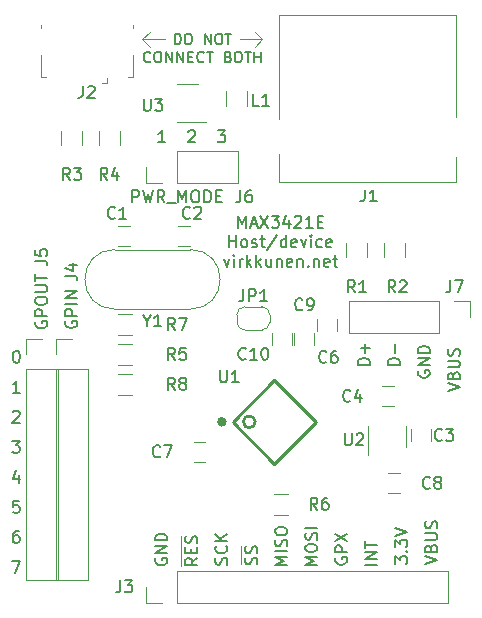
<source format=gto>
G04 #@! TF.GenerationSoftware,KiCad,Pcbnew,5.1.5*
G04 #@! TF.CreationDate,2020-02-24T18:23:28+03:00*
G04 #@! TF.ProjectId,max3421eboard,6d617833-3432-4316-9562-6f6172642e6b,rev?*
G04 #@! TF.SameCoordinates,PX112a880PY2cd29c0*
G04 #@! TF.FileFunction,Legend,Top*
G04 #@! TF.FilePolarity,Positive*
%FSLAX46Y46*%
G04 Gerber Fmt 4.6, Leading zero omitted, Abs format (unit mm)*
G04 Created by KiCad (PCBNEW 5.1.5) date 2020-02-24 18:23:28*
%MOMM*%
%LPD*%
G04 APERTURE LIST*
%ADD10C,0.150000*%
%ADD11C,0.400000*%
%ADD12C,0.120000*%
%ADD13C,0.254000*%
G04 APERTURE END LIST*
D10*
X19752761Y-17207380D02*
X19752761Y-16207380D01*
X20086095Y-16921666D01*
X20419428Y-16207380D01*
X20419428Y-17207380D01*
X20848000Y-16921666D02*
X21324190Y-16921666D01*
X20752761Y-17207380D02*
X21086095Y-16207380D01*
X21419428Y-17207380D01*
X21657523Y-16207380D02*
X22324190Y-17207380D01*
X22324190Y-16207380D02*
X21657523Y-17207380D01*
X22609904Y-16207380D02*
X23228952Y-16207380D01*
X22895619Y-16588333D01*
X23038476Y-16588333D01*
X23133714Y-16635952D01*
X23181333Y-16683571D01*
X23228952Y-16778809D01*
X23228952Y-17016904D01*
X23181333Y-17112142D01*
X23133714Y-17159761D01*
X23038476Y-17207380D01*
X22752761Y-17207380D01*
X22657523Y-17159761D01*
X22609904Y-17112142D01*
X24086095Y-16540714D02*
X24086095Y-17207380D01*
X23848000Y-16159761D02*
X23609904Y-16874047D01*
X24228952Y-16874047D01*
X24562285Y-16302619D02*
X24609904Y-16255000D01*
X24705142Y-16207380D01*
X24943238Y-16207380D01*
X25038476Y-16255000D01*
X25086095Y-16302619D01*
X25133714Y-16397857D01*
X25133714Y-16493095D01*
X25086095Y-16635952D01*
X24514666Y-17207380D01*
X25133714Y-17207380D01*
X26086095Y-17207380D02*
X25514666Y-17207380D01*
X25800380Y-17207380D02*
X25800380Y-16207380D01*
X25705142Y-16350238D01*
X25609904Y-16445476D01*
X25514666Y-16493095D01*
X26514666Y-16683571D02*
X26848000Y-16683571D01*
X26990857Y-17207380D02*
X26514666Y-17207380D01*
X26514666Y-16207380D01*
X26990857Y-16207380D01*
X19038476Y-18857380D02*
X19038476Y-17857380D01*
X19038476Y-18333571D02*
X19609904Y-18333571D01*
X19609904Y-18857380D02*
X19609904Y-17857380D01*
X20228952Y-18857380D02*
X20133714Y-18809761D01*
X20086095Y-18762142D01*
X20038476Y-18666904D01*
X20038476Y-18381190D01*
X20086095Y-18285952D01*
X20133714Y-18238333D01*
X20228952Y-18190714D01*
X20371809Y-18190714D01*
X20467047Y-18238333D01*
X20514666Y-18285952D01*
X20562285Y-18381190D01*
X20562285Y-18666904D01*
X20514666Y-18762142D01*
X20467047Y-18809761D01*
X20371809Y-18857380D01*
X20228952Y-18857380D01*
X20943238Y-18809761D02*
X21038476Y-18857380D01*
X21228952Y-18857380D01*
X21324190Y-18809761D01*
X21371809Y-18714523D01*
X21371809Y-18666904D01*
X21324190Y-18571666D01*
X21228952Y-18524047D01*
X21086095Y-18524047D01*
X20990857Y-18476428D01*
X20943238Y-18381190D01*
X20943238Y-18333571D01*
X20990857Y-18238333D01*
X21086095Y-18190714D01*
X21228952Y-18190714D01*
X21324190Y-18238333D01*
X21657523Y-18190714D02*
X22038476Y-18190714D01*
X21800380Y-17857380D02*
X21800380Y-18714523D01*
X21848000Y-18809761D01*
X21943238Y-18857380D01*
X22038476Y-18857380D01*
X23086095Y-17809761D02*
X22228952Y-19095476D01*
X23848000Y-18857380D02*
X23848000Y-17857380D01*
X23848000Y-18809761D02*
X23752761Y-18857380D01*
X23562285Y-18857380D01*
X23467047Y-18809761D01*
X23419428Y-18762142D01*
X23371809Y-18666904D01*
X23371809Y-18381190D01*
X23419428Y-18285952D01*
X23467047Y-18238333D01*
X23562285Y-18190714D01*
X23752761Y-18190714D01*
X23848000Y-18238333D01*
X24705142Y-18809761D02*
X24609904Y-18857380D01*
X24419428Y-18857380D01*
X24324190Y-18809761D01*
X24276571Y-18714523D01*
X24276571Y-18333571D01*
X24324190Y-18238333D01*
X24419428Y-18190714D01*
X24609904Y-18190714D01*
X24705142Y-18238333D01*
X24752761Y-18333571D01*
X24752761Y-18428809D01*
X24276571Y-18524047D01*
X25086095Y-18190714D02*
X25324190Y-18857380D01*
X25562285Y-18190714D01*
X25943238Y-18857380D02*
X25943238Y-18190714D01*
X25943238Y-17857380D02*
X25895619Y-17905000D01*
X25943238Y-17952619D01*
X25990857Y-17905000D01*
X25943238Y-17857380D01*
X25943238Y-17952619D01*
X26848000Y-18809761D02*
X26752761Y-18857380D01*
X26562285Y-18857380D01*
X26467047Y-18809761D01*
X26419428Y-18762142D01*
X26371809Y-18666904D01*
X26371809Y-18381190D01*
X26419428Y-18285952D01*
X26467047Y-18238333D01*
X26562285Y-18190714D01*
X26752761Y-18190714D01*
X26848000Y-18238333D01*
X27657523Y-18809761D02*
X27562285Y-18857380D01*
X27371809Y-18857380D01*
X27276571Y-18809761D01*
X27228952Y-18714523D01*
X27228952Y-18333571D01*
X27276571Y-18238333D01*
X27371809Y-18190714D01*
X27562285Y-18190714D01*
X27657523Y-18238333D01*
X27705142Y-18333571D01*
X27705142Y-18428809D01*
X27228952Y-18524047D01*
X18562285Y-19840714D02*
X18800380Y-20507380D01*
X19038476Y-19840714D01*
X19419428Y-20507380D02*
X19419428Y-19840714D01*
X19419428Y-19507380D02*
X19371809Y-19555000D01*
X19419428Y-19602619D01*
X19467047Y-19555000D01*
X19419428Y-19507380D01*
X19419428Y-19602619D01*
X19895619Y-20507380D02*
X19895619Y-19840714D01*
X19895619Y-20031190D02*
X19943238Y-19935952D01*
X19990857Y-19888333D01*
X20086095Y-19840714D01*
X20181333Y-19840714D01*
X20514666Y-20507380D02*
X20514666Y-19507380D01*
X20609904Y-20126428D02*
X20895619Y-20507380D01*
X20895619Y-19840714D02*
X20514666Y-20221666D01*
X21324190Y-20507380D02*
X21324190Y-19507380D01*
X21419428Y-20126428D02*
X21705142Y-20507380D01*
X21705142Y-19840714D02*
X21324190Y-20221666D01*
X22562285Y-19840714D02*
X22562285Y-20507380D01*
X22133714Y-19840714D02*
X22133714Y-20364523D01*
X22181333Y-20459761D01*
X22276571Y-20507380D01*
X22419428Y-20507380D01*
X22514666Y-20459761D01*
X22562285Y-20412142D01*
X23038476Y-19840714D02*
X23038476Y-20507380D01*
X23038476Y-19935952D02*
X23086095Y-19888333D01*
X23181333Y-19840714D01*
X23324190Y-19840714D01*
X23419428Y-19888333D01*
X23467047Y-19983571D01*
X23467047Y-20507380D01*
X24324190Y-20459761D02*
X24228952Y-20507380D01*
X24038476Y-20507380D01*
X23943238Y-20459761D01*
X23895619Y-20364523D01*
X23895619Y-19983571D01*
X23943238Y-19888333D01*
X24038476Y-19840714D01*
X24228952Y-19840714D01*
X24324190Y-19888333D01*
X24371809Y-19983571D01*
X24371809Y-20078809D01*
X23895619Y-20174047D01*
X24800380Y-19840714D02*
X24800380Y-20507380D01*
X24800380Y-19935952D02*
X24848000Y-19888333D01*
X24943238Y-19840714D01*
X25086095Y-19840714D01*
X25181333Y-19888333D01*
X25228952Y-19983571D01*
X25228952Y-20507380D01*
X25705142Y-20412142D02*
X25752761Y-20459761D01*
X25705142Y-20507380D01*
X25657523Y-20459761D01*
X25705142Y-20412142D01*
X25705142Y-20507380D01*
X26181333Y-19840714D02*
X26181333Y-20507380D01*
X26181333Y-19935952D02*
X26228952Y-19888333D01*
X26324190Y-19840714D01*
X26467047Y-19840714D01*
X26562285Y-19888333D01*
X26609904Y-19983571D01*
X26609904Y-20507380D01*
X27467047Y-20459761D02*
X27371809Y-20507380D01*
X27181333Y-20507380D01*
X27086095Y-20459761D01*
X27038476Y-20364523D01*
X27038476Y-19983571D01*
X27086095Y-19888333D01*
X27181333Y-19840714D01*
X27371809Y-19840714D01*
X27467047Y-19888333D01*
X27514666Y-19983571D01*
X27514666Y-20078809D01*
X27038476Y-20174047D01*
X27800380Y-19840714D02*
X28181333Y-19840714D01*
X27943238Y-19507380D02*
X27943238Y-20364523D01*
X27990857Y-20459761D01*
X28086095Y-20507380D01*
X28181333Y-20507380D01*
X10823095Y-15047380D02*
X10823095Y-14047380D01*
X11204047Y-14047380D01*
X11299285Y-14095000D01*
X11346904Y-14142619D01*
X11394523Y-14237857D01*
X11394523Y-14380714D01*
X11346904Y-14475952D01*
X11299285Y-14523571D01*
X11204047Y-14571190D01*
X10823095Y-14571190D01*
X11727857Y-14047380D02*
X11965952Y-15047380D01*
X12156428Y-14333095D01*
X12346904Y-15047380D01*
X12585000Y-14047380D01*
X13537380Y-15047380D02*
X13204047Y-14571190D01*
X12965952Y-15047380D02*
X12965952Y-14047380D01*
X13346904Y-14047380D01*
X13442142Y-14095000D01*
X13489761Y-14142619D01*
X13537380Y-14237857D01*
X13537380Y-14380714D01*
X13489761Y-14475952D01*
X13442142Y-14523571D01*
X13346904Y-14571190D01*
X12965952Y-14571190D01*
X13727857Y-15142619D02*
X14489761Y-15142619D01*
X14727857Y-15047380D02*
X14727857Y-14047380D01*
X15061190Y-14761666D01*
X15394523Y-14047380D01*
X15394523Y-15047380D01*
X16061190Y-14047380D02*
X16251666Y-14047380D01*
X16346904Y-14095000D01*
X16442142Y-14190238D01*
X16489761Y-14380714D01*
X16489761Y-14714047D01*
X16442142Y-14904523D01*
X16346904Y-14999761D01*
X16251666Y-15047380D01*
X16061190Y-15047380D01*
X15965952Y-14999761D01*
X15870714Y-14904523D01*
X15823095Y-14714047D01*
X15823095Y-14380714D01*
X15870714Y-14190238D01*
X15965952Y-14095000D01*
X16061190Y-14047380D01*
X16918333Y-15047380D02*
X16918333Y-14047380D01*
X17156428Y-14047380D01*
X17299285Y-14095000D01*
X17394523Y-14190238D01*
X17442142Y-14285476D01*
X17489761Y-14475952D01*
X17489761Y-14618809D01*
X17442142Y-14809285D01*
X17394523Y-14904523D01*
X17299285Y-14999761D01*
X17156428Y-15047380D01*
X16918333Y-15047380D01*
X17918333Y-14523571D02*
X18251666Y-14523571D01*
X18394523Y-15047380D02*
X17918333Y-15047380D01*
X17918333Y-14047380D01*
X18394523Y-14047380D01*
X18799761Y-45725714D02*
X18847380Y-45582857D01*
X18847380Y-45344761D01*
X18799761Y-45249523D01*
X18752142Y-45201904D01*
X18656904Y-45154285D01*
X18561666Y-45154285D01*
X18466428Y-45201904D01*
X18418809Y-45249523D01*
X18371190Y-45344761D01*
X18323571Y-45535238D01*
X18275952Y-45630476D01*
X18228333Y-45678095D01*
X18133095Y-45725714D01*
X18037857Y-45725714D01*
X17942619Y-45678095D01*
X17895000Y-45630476D01*
X17847380Y-45535238D01*
X17847380Y-45297142D01*
X17895000Y-45154285D01*
X18752142Y-44154285D02*
X18799761Y-44201904D01*
X18847380Y-44344761D01*
X18847380Y-44440000D01*
X18799761Y-44582857D01*
X18704523Y-44678095D01*
X18609285Y-44725714D01*
X18418809Y-44773333D01*
X18275952Y-44773333D01*
X18085476Y-44725714D01*
X17990238Y-44678095D01*
X17895000Y-44582857D01*
X17847380Y-44440000D01*
X17847380Y-44344761D01*
X17895000Y-44201904D01*
X17942619Y-44154285D01*
X18847380Y-43725714D02*
X17847380Y-43725714D01*
X18847380Y-43154285D02*
X18275952Y-43582857D01*
X17847380Y-43154285D02*
X18418809Y-43725714D01*
D11*
X18595000Y-33645000D02*
G75*
G03X18595000Y-33645000I-200000J0D01*
G01*
D10*
X18268095Y-29287380D02*
X18268095Y-30096904D01*
X18315714Y-30192142D01*
X18363333Y-30239761D01*
X18458571Y-30287380D01*
X18649047Y-30287380D01*
X18744285Y-30239761D01*
X18791904Y-30192142D01*
X18839523Y-30096904D01*
X18839523Y-29287380D01*
X19839523Y-30287380D02*
X19268095Y-30287380D01*
X19553809Y-30287380D02*
X19553809Y-29287380D01*
X19458571Y-29430238D01*
X19363333Y-29525476D01*
X19268095Y-29573095D01*
D12*
X20046000Y-45710000D02*
X20046000Y-44186000D01*
X14966000Y-43297000D02*
X14966000Y-45837000D01*
D10*
X5195000Y-25120000D02*
X5147380Y-25215238D01*
X5147380Y-25358095D01*
X5195000Y-25500952D01*
X5290238Y-25596190D01*
X5385476Y-25643809D01*
X5575952Y-25691428D01*
X5718809Y-25691428D01*
X5909285Y-25643809D01*
X6004523Y-25596190D01*
X6099761Y-25500952D01*
X6147380Y-25358095D01*
X6147380Y-25262857D01*
X6099761Y-25120000D01*
X6052142Y-25072380D01*
X5718809Y-25072380D01*
X5718809Y-25262857D01*
X6147380Y-24643809D02*
X5147380Y-24643809D01*
X5147380Y-24262857D01*
X5195000Y-24167619D01*
X5242619Y-24120000D01*
X5337857Y-24072380D01*
X5480714Y-24072380D01*
X5575952Y-24120000D01*
X5623571Y-24167619D01*
X5671190Y-24262857D01*
X5671190Y-24643809D01*
X6147380Y-23643809D02*
X5147380Y-23643809D01*
X6147380Y-23167619D02*
X5147380Y-23167619D01*
X6147380Y-22596190D01*
X5147380Y-22596190D01*
X2655000Y-25151666D02*
X2607380Y-25246904D01*
X2607380Y-25389761D01*
X2655000Y-25532619D01*
X2750238Y-25627857D01*
X2845476Y-25675476D01*
X3035952Y-25723095D01*
X3178809Y-25723095D01*
X3369285Y-25675476D01*
X3464523Y-25627857D01*
X3559761Y-25532619D01*
X3607380Y-25389761D01*
X3607380Y-25294523D01*
X3559761Y-25151666D01*
X3512142Y-25104047D01*
X3178809Y-25104047D01*
X3178809Y-25294523D01*
X3607380Y-24675476D02*
X2607380Y-24675476D01*
X2607380Y-24294523D01*
X2655000Y-24199285D01*
X2702619Y-24151666D01*
X2797857Y-24104047D01*
X2940714Y-24104047D01*
X3035952Y-24151666D01*
X3083571Y-24199285D01*
X3131190Y-24294523D01*
X3131190Y-24675476D01*
X2607380Y-23485000D02*
X2607380Y-23294523D01*
X2655000Y-23199285D01*
X2750238Y-23104047D01*
X2940714Y-23056428D01*
X3274047Y-23056428D01*
X3464523Y-23104047D01*
X3559761Y-23199285D01*
X3607380Y-23294523D01*
X3607380Y-23485000D01*
X3559761Y-23580238D01*
X3464523Y-23675476D01*
X3274047Y-23723095D01*
X2940714Y-23723095D01*
X2750238Y-23675476D01*
X2655000Y-23580238D01*
X2607380Y-23485000D01*
X2607380Y-22627857D02*
X3416904Y-22627857D01*
X3512142Y-22580238D01*
X3559761Y-22532619D01*
X3607380Y-22437380D01*
X3607380Y-22246904D01*
X3559761Y-22151666D01*
X3512142Y-22104047D01*
X3416904Y-22056428D01*
X2607380Y-22056428D01*
X2607380Y-21723095D02*
X2607380Y-21151666D01*
X3607380Y-21437380D02*
X2607380Y-21437380D01*
X948380Y-27636380D02*
X1043619Y-27636380D01*
X1138857Y-27684000D01*
X1186476Y-27731619D01*
X1234095Y-27826857D01*
X1281714Y-28017333D01*
X1281714Y-28255428D01*
X1234095Y-28445904D01*
X1186476Y-28541142D01*
X1138857Y-28588761D01*
X1043619Y-28636380D01*
X948380Y-28636380D01*
X853142Y-28588761D01*
X805523Y-28541142D01*
X757904Y-28445904D01*
X710285Y-28255428D01*
X710285Y-28017333D01*
X757904Y-27826857D01*
X805523Y-27731619D01*
X853142Y-27684000D01*
X948380Y-27636380D01*
X1281714Y-31176380D02*
X710285Y-31176380D01*
X996000Y-31176380D02*
X996000Y-30176380D01*
X900761Y-30319238D01*
X805523Y-30414476D01*
X710285Y-30462095D01*
X710285Y-32811619D02*
X757904Y-32764000D01*
X853142Y-32716380D01*
X1091238Y-32716380D01*
X1186476Y-32764000D01*
X1234095Y-32811619D01*
X1281714Y-32906857D01*
X1281714Y-33002095D01*
X1234095Y-33144952D01*
X662666Y-33716380D01*
X1281714Y-33716380D01*
X662666Y-35256380D02*
X1281714Y-35256380D01*
X948380Y-35637333D01*
X1091238Y-35637333D01*
X1186476Y-35684952D01*
X1234095Y-35732571D01*
X1281714Y-35827809D01*
X1281714Y-36065904D01*
X1234095Y-36161142D01*
X1186476Y-36208761D01*
X1091238Y-36256380D01*
X805523Y-36256380D01*
X710285Y-36208761D01*
X662666Y-36161142D01*
X1186476Y-38129714D02*
X1186476Y-38796380D01*
X948380Y-37748761D02*
X710285Y-38463047D01*
X1329333Y-38463047D01*
X1234095Y-40336380D02*
X757904Y-40336380D01*
X710285Y-40812571D01*
X757904Y-40764952D01*
X853142Y-40717333D01*
X1091238Y-40717333D01*
X1186476Y-40764952D01*
X1234095Y-40812571D01*
X1281714Y-40907809D01*
X1281714Y-41145904D01*
X1234095Y-41241142D01*
X1186476Y-41288761D01*
X1091238Y-41336380D01*
X853142Y-41336380D01*
X757904Y-41288761D01*
X710285Y-41241142D01*
X1186476Y-42876380D02*
X996000Y-42876380D01*
X900761Y-42924000D01*
X853142Y-42971619D01*
X757904Y-43114476D01*
X710285Y-43304952D01*
X710285Y-43685904D01*
X757904Y-43781142D01*
X805523Y-43828761D01*
X900761Y-43876380D01*
X1091238Y-43876380D01*
X1186476Y-43828761D01*
X1234095Y-43781142D01*
X1281714Y-43685904D01*
X1281714Y-43447809D01*
X1234095Y-43352571D01*
X1186476Y-43304952D01*
X1091238Y-43257333D01*
X900761Y-43257333D01*
X805523Y-43304952D01*
X757904Y-43352571D01*
X710285Y-43447809D01*
X662666Y-45416380D02*
X1329333Y-45416380D01*
X900761Y-46416380D01*
X31547380Y-45725761D02*
X30547380Y-45725761D01*
X31547380Y-45249571D02*
X30547380Y-45249571D01*
X31547380Y-44678142D01*
X30547380Y-44678142D01*
X30547380Y-44344809D02*
X30547380Y-43773380D01*
X31547380Y-44059095D02*
X30547380Y-44059095D01*
X21339761Y-45709904D02*
X21387380Y-45567047D01*
X21387380Y-45328952D01*
X21339761Y-45233714D01*
X21292142Y-45186095D01*
X21196904Y-45138476D01*
X21101666Y-45138476D01*
X21006428Y-45186095D01*
X20958809Y-45233714D01*
X20911190Y-45328952D01*
X20863571Y-45519428D01*
X20815952Y-45614666D01*
X20768333Y-45662285D01*
X20673095Y-45709904D01*
X20577857Y-45709904D01*
X20482619Y-45662285D01*
X20435000Y-45614666D01*
X20387380Y-45519428D01*
X20387380Y-45281333D01*
X20435000Y-45138476D01*
X21339761Y-44757523D02*
X21387380Y-44614666D01*
X21387380Y-44376571D01*
X21339761Y-44281333D01*
X21292142Y-44233714D01*
X21196904Y-44186095D01*
X21101666Y-44186095D01*
X21006428Y-44233714D01*
X20958809Y-44281333D01*
X20911190Y-44376571D01*
X20863571Y-44567047D01*
X20815952Y-44662285D01*
X20768333Y-44709904D01*
X20673095Y-44757523D01*
X20577857Y-44757523D01*
X20482619Y-44709904D01*
X20435000Y-44662285D01*
X20387380Y-44567047D01*
X20387380Y-44328952D01*
X20435000Y-44186095D01*
X23927380Y-45757428D02*
X22927380Y-45757428D01*
X23641666Y-45424095D01*
X22927380Y-45090761D01*
X23927380Y-45090761D01*
X23927380Y-44614571D02*
X22927380Y-44614571D01*
X23879761Y-44186000D02*
X23927380Y-44043142D01*
X23927380Y-43805047D01*
X23879761Y-43709809D01*
X23832142Y-43662190D01*
X23736904Y-43614571D01*
X23641666Y-43614571D01*
X23546428Y-43662190D01*
X23498809Y-43709809D01*
X23451190Y-43805047D01*
X23403571Y-43995523D01*
X23355952Y-44090761D01*
X23308333Y-44138380D01*
X23213095Y-44186000D01*
X23117857Y-44186000D01*
X23022619Y-44138380D01*
X22975000Y-44090761D01*
X22927380Y-43995523D01*
X22927380Y-43757428D01*
X22975000Y-43614571D01*
X22927380Y-42995523D02*
X22927380Y-42805047D01*
X22975000Y-42709809D01*
X23070238Y-42614571D01*
X23260714Y-42566952D01*
X23594047Y-42566952D01*
X23784523Y-42614571D01*
X23879761Y-42709809D01*
X23927380Y-42805047D01*
X23927380Y-42995523D01*
X23879761Y-43090761D01*
X23784523Y-43186000D01*
X23594047Y-43233619D01*
X23260714Y-43233619D01*
X23070238Y-43186000D01*
X22975000Y-43090761D01*
X22927380Y-42995523D01*
X26467380Y-45757428D02*
X25467380Y-45757428D01*
X26181666Y-45424095D01*
X25467380Y-45090761D01*
X26467380Y-45090761D01*
X25467380Y-44424095D02*
X25467380Y-44233619D01*
X25515000Y-44138380D01*
X25610238Y-44043142D01*
X25800714Y-43995523D01*
X26134047Y-43995523D01*
X26324523Y-44043142D01*
X26419761Y-44138380D01*
X26467380Y-44233619D01*
X26467380Y-44424095D01*
X26419761Y-44519333D01*
X26324523Y-44614571D01*
X26134047Y-44662190D01*
X25800714Y-44662190D01*
X25610238Y-44614571D01*
X25515000Y-44519333D01*
X25467380Y-44424095D01*
X26419761Y-43614571D02*
X26467380Y-43471714D01*
X26467380Y-43233619D01*
X26419761Y-43138380D01*
X26372142Y-43090761D01*
X26276904Y-43043142D01*
X26181666Y-43043142D01*
X26086428Y-43090761D01*
X26038809Y-43138380D01*
X25991190Y-43233619D01*
X25943571Y-43424095D01*
X25895952Y-43519333D01*
X25848333Y-43566952D01*
X25753095Y-43614571D01*
X25657857Y-43614571D01*
X25562619Y-43566952D01*
X25515000Y-43519333D01*
X25467380Y-43424095D01*
X25467380Y-43186000D01*
X25515000Y-43043142D01*
X26467380Y-42614571D02*
X25467380Y-42614571D01*
X28055000Y-45154285D02*
X28007380Y-45249523D01*
X28007380Y-45392380D01*
X28055000Y-45535238D01*
X28150238Y-45630476D01*
X28245476Y-45678095D01*
X28435952Y-45725714D01*
X28578809Y-45725714D01*
X28769285Y-45678095D01*
X28864523Y-45630476D01*
X28959761Y-45535238D01*
X29007380Y-45392380D01*
X29007380Y-45297142D01*
X28959761Y-45154285D01*
X28912142Y-45106666D01*
X28578809Y-45106666D01*
X28578809Y-45297142D01*
X29007380Y-44678095D02*
X28007380Y-44678095D01*
X28007380Y-44297142D01*
X28055000Y-44201904D01*
X28102619Y-44154285D01*
X28197857Y-44106666D01*
X28340714Y-44106666D01*
X28435952Y-44154285D01*
X28483571Y-44201904D01*
X28531190Y-44297142D01*
X28531190Y-44678095D01*
X28007380Y-43773333D02*
X29007380Y-43106666D01*
X28007380Y-43106666D02*
X29007380Y-43773333D01*
X16307380Y-45186047D02*
X15831190Y-45519380D01*
X16307380Y-45757476D02*
X15307380Y-45757476D01*
X15307380Y-45376523D01*
X15355000Y-45281285D01*
X15402619Y-45233666D01*
X15497857Y-45186047D01*
X15640714Y-45186047D01*
X15735952Y-45233666D01*
X15783571Y-45281285D01*
X15831190Y-45376523D01*
X15831190Y-45757476D01*
X15783571Y-44757476D02*
X15783571Y-44424142D01*
X16307380Y-44281285D02*
X16307380Y-44757476D01*
X15307380Y-44757476D01*
X15307380Y-44281285D01*
X16259761Y-43900333D02*
X16307380Y-43757476D01*
X16307380Y-43519380D01*
X16259761Y-43424142D01*
X16212142Y-43376523D01*
X16116904Y-43328904D01*
X16021666Y-43328904D01*
X15926428Y-43376523D01*
X15878809Y-43424142D01*
X15831190Y-43519380D01*
X15783571Y-43709857D01*
X15735952Y-43805095D01*
X15688333Y-43852714D01*
X15593095Y-43900333D01*
X15497857Y-43900333D01*
X15402619Y-43852714D01*
X15355000Y-43805095D01*
X15307380Y-43709857D01*
X15307380Y-43471761D01*
X15355000Y-43328904D01*
X35627380Y-45638333D02*
X36627380Y-45305000D01*
X35627380Y-44971666D01*
X36103571Y-44305000D02*
X36151190Y-44162142D01*
X36198809Y-44114523D01*
X36294047Y-44066904D01*
X36436904Y-44066904D01*
X36532142Y-44114523D01*
X36579761Y-44162142D01*
X36627380Y-44257380D01*
X36627380Y-44638333D01*
X35627380Y-44638333D01*
X35627380Y-44305000D01*
X35675000Y-44209761D01*
X35722619Y-44162142D01*
X35817857Y-44114523D01*
X35913095Y-44114523D01*
X36008333Y-44162142D01*
X36055952Y-44209761D01*
X36103571Y-44305000D01*
X36103571Y-44638333D01*
X35627380Y-43638333D02*
X36436904Y-43638333D01*
X36532142Y-43590714D01*
X36579761Y-43543095D01*
X36627380Y-43447857D01*
X36627380Y-43257380D01*
X36579761Y-43162142D01*
X36532142Y-43114523D01*
X36436904Y-43066904D01*
X35627380Y-43066904D01*
X36579761Y-42638333D02*
X36627380Y-42495476D01*
X36627380Y-42257380D01*
X36579761Y-42162142D01*
X36532142Y-42114523D01*
X36436904Y-42066904D01*
X36341666Y-42066904D01*
X36246428Y-42114523D01*
X36198809Y-42162142D01*
X36151190Y-42257380D01*
X36103571Y-42447857D01*
X36055952Y-42543095D01*
X36008333Y-42590714D01*
X35913095Y-42638333D01*
X35817857Y-42638333D01*
X35722619Y-42590714D01*
X35675000Y-42543095D01*
X35627380Y-42447857D01*
X35627380Y-42209761D01*
X35675000Y-42066904D01*
X33087380Y-45662190D02*
X33087380Y-45043142D01*
X33468333Y-45376476D01*
X33468333Y-45233619D01*
X33515952Y-45138380D01*
X33563571Y-45090761D01*
X33658809Y-45043142D01*
X33896904Y-45043142D01*
X33992142Y-45090761D01*
X34039761Y-45138380D01*
X34087380Y-45233619D01*
X34087380Y-45519333D01*
X34039761Y-45614571D01*
X33992142Y-45662190D01*
X33992142Y-44614571D02*
X34039761Y-44566952D01*
X34087380Y-44614571D01*
X34039761Y-44662190D01*
X33992142Y-44614571D01*
X34087380Y-44614571D01*
X33087380Y-44233619D02*
X33087380Y-43614571D01*
X33468333Y-43947904D01*
X33468333Y-43805047D01*
X33515952Y-43709809D01*
X33563571Y-43662190D01*
X33658809Y-43614571D01*
X33896904Y-43614571D01*
X33992142Y-43662190D01*
X34039761Y-43709809D01*
X34087380Y-43805047D01*
X34087380Y-44090761D01*
X34039761Y-44186000D01*
X33992142Y-44233619D01*
X33087380Y-43328857D02*
X34087380Y-42995523D01*
X33087380Y-42662190D01*
X12815000Y-45201904D02*
X12767380Y-45297142D01*
X12767380Y-45440000D01*
X12815000Y-45582857D01*
X12910238Y-45678095D01*
X13005476Y-45725714D01*
X13195952Y-45773333D01*
X13338809Y-45773333D01*
X13529285Y-45725714D01*
X13624523Y-45678095D01*
X13719761Y-45582857D01*
X13767380Y-45440000D01*
X13767380Y-45344761D01*
X13719761Y-45201904D01*
X13672142Y-45154285D01*
X13338809Y-45154285D01*
X13338809Y-45344761D01*
X13767380Y-44725714D02*
X12767380Y-44725714D01*
X13767380Y-44154285D01*
X12767380Y-44154285D01*
X13767380Y-43678095D02*
X12767380Y-43678095D01*
X12767380Y-43440000D01*
X12815000Y-43297142D01*
X12910238Y-43201904D01*
X13005476Y-43154285D01*
X13195952Y-43106666D01*
X13338809Y-43106666D01*
X13529285Y-43154285D01*
X13624523Y-43201904D01*
X13719761Y-43297142D01*
X13767380Y-43440000D01*
X13767380Y-43678095D01*
X18061666Y-8967380D02*
X18680714Y-8967380D01*
X18347380Y-9348333D01*
X18490238Y-9348333D01*
X18585476Y-9395952D01*
X18633095Y-9443571D01*
X18680714Y-9538809D01*
X18680714Y-9776904D01*
X18633095Y-9872142D01*
X18585476Y-9919761D01*
X18490238Y-9967380D01*
X18204523Y-9967380D01*
X18109285Y-9919761D01*
X18061666Y-9872142D01*
X15569285Y-9062619D02*
X15616904Y-9015000D01*
X15712142Y-8967380D01*
X15950238Y-8967380D01*
X16045476Y-9015000D01*
X16093095Y-9062619D01*
X16140714Y-9157857D01*
X16140714Y-9253095D01*
X16093095Y-9395952D01*
X15521666Y-9967380D01*
X16140714Y-9967380D01*
X13600714Y-9967380D02*
X13029285Y-9967380D01*
X13315000Y-9967380D02*
X13315000Y-8967380D01*
X13219761Y-9110238D01*
X13124523Y-9205476D01*
X13029285Y-9253095D01*
D12*
X12299000Y-1895000D02*
X11664000Y-1260000D01*
X12299000Y-625000D02*
X11664000Y-1260000D01*
X11664000Y-1260000D02*
X12299000Y-625000D01*
X13569000Y-1260000D02*
X11664000Y-1260000D01*
X21189000Y-1895000D02*
X21824000Y-1260000D01*
X21189000Y-625000D02*
X21824000Y-1260000D01*
X19919000Y-1260000D02*
X21824000Y-1260000D01*
D10*
X37532380Y-31033333D02*
X38532380Y-30700000D01*
X37532380Y-30366666D01*
X38008571Y-29700000D02*
X38056190Y-29557142D01*
X38103809Y-29509523D01*
X38199047Y-29461904D01*
X38341904Y-29461904D01*
X38437142Y-29509523D01*
X38484761Y-29557142D01*
X38532380Y-29652380D01*
X38532380Y-30033333D01*
X37532380Y-30033333D01*
X37532380Y-29700000D01*
X37580000Y-29604761D01*
X37627619Y-29557142D01*
X37722857Y-29509523D01*
X37818095Y-29509523D01*
X37913333Y-29557142D01*
X37960952Y-29604761D01*
X38008571Y-29700000D01*
X38008571Y-30033333D01*
X37532380Y-29033333D02*
X38341904Y-29033333D01*
X38437142Y-28985714D01*
X38484761Y-28938095D01*
X38532380Y-28842857D01*
X38532380Y-28652380D01*
X38484761Y-28557142D01*
X38437142Y-28509523D01*
X38341904Y-28461904D01*
X37532380Y-28461904D01*
X38484761Y-28033333D02*
X38532380Y-27890476D01*
X38532380Y-27652380D01*
X38484761Y-27557142D01*
X38437142Y-27509523D01*
X38341904Y-27461904D01*
X38246666Y-27461904D01*
X38151428Y-27509523D01*
X38103809Y-27557142D01*
X38056190Y-27652380D01*
X38008571Y-27842857D01*
X37960952Y-27938095D01*
X37913333Y-27985714D01*
X37818095Y-28033333D01*
X37722857Y-28033333D01*
X37627619Y-27985714D01*
X37580000Y-27938095D01*
X37532380Y-27842857D01*
X37532380Y-27604761D01*
X37580000Y-27461904D01*
X35040000Y-29326904D02*
X34992380Y-29422142D01*
X34992380Y-29565000D01*
X35040000Y-29707857D01*
X35135238Y-29803095D01*
X35230476Y-29850714D01*
X35420952Y-29898333D01*
X35563809Y-29898333D01*
X35754285Y-29850714D01*
X35849523Y-29803095D01*
X35944761Y-29707857D01*
X35992380Y-29565000D01*
X35992380Y-29469761D01*
X35944761Y-29326904D01*
X35897142Y-29279285D01*
X35563809Y-29279285D01*
X35563809Y-29469761D01*
X35992380Y-28850714D02*
X34992380Y-28850714D01*
X35992380Y-28279285D01*
X34992380Y-28279285D01*
X35992380Y-27803095D02*
X34992380Y-27803095D01*
X34992380Y-27565000D01*
X35040000Y-27422142D01*
X35135238Y-27326904D01*
X35230476Y-27279285D01*
X35420952Y-27231666D01*
X35563809Y-27231666D01*
X35754285Y-27279285D01*
X35849523Y-27326904D01*
X35944761Y-27422142D01*
X35992380Y-27565000D01*
X35992380Y-27803095D01*
X33452380Y-28810952D02*
X32452380Y-28810952D01*
X32452380Y-28572857D01*
X32500000Y-28430000D01*
X32595238Y-28334761D01*
X32690476Y-28287142D01*
X32880952Y-28239523D01*
X33023809Y-28239523D01*
X33214285Y-28287142D01*
X33309523Y-28334761D01*
X33404761Y-28430000D01*
X33452380Y-28572857D01*
X33452380Y-28810952D01*
X33071428Y-27810952D02*
X33071428Y-27049047D01*
X30912380Y-28810952D02*
X29912380Y-28810952D01*
X29912380Y-28572857D01*
X29960000Y-28430000D01*
X30055238Y-28334761D01*
X30150476Y-28287142D01*
X30340952Y-28239523D01*
X30483809Y-28239523D01*
X30674285Y-28287142D01*
X30769523Y-28334761D01*
X30864761Y-28430000D01*
X30912380Y-28572857D01*
X30912380Y-28810952D01*
X30531428Y-27810952D02*
X30531428Y-27049047D01*
X30912380Y-27430000D02*
X30150476Y-27430000D01*
X12329714Y-3105428D02*
X12286857Y-3148285D01*
X12158285Y-3191142D01*
X12072571Y-3191142D01*
X11944000Y-3148285D01*
X11858285Y-3062571D01*
X11815428Y-2976857D01*
X11772571Y-2805428D01*
X11772571Y-2676857D01*
X11815428Y-2505428D01*
X11858285Y-2419714D01*
X11944000Y-2334000D01*
X12072571Y-2291142D01*
X12158285Y-2291142D01*
X12286857Y-2334000D01*
X12329714Y-2376857D01*
X12886857Y-2291142D02*
X13058285Y-2291142D01*
X13144000Y-2334000D01*
X13229714Y-2419714D01*
X13272571Y-2591142D01*
X13272571Y-2891142D01*
X13229714Y-3062571D01*
X13144000Y-3148285D01*
X13058285Y-3191142D01*
X12886857Y-3191142D01*
X12801142Y-3148285D01*
X12715428Y-3062571D01*
X12672571Y-2891142D01*
X12672571Y-2591142D01*
X12715428Y-2419714D01*
X12801142Y-2334000D01*
X12886857Y-2291142D01*
X13658285Y-3191142D02*
X13658285Y-2291142D01*
X14172571Y-3191142D01*
X14172571Y-2291142D01*
X14601142Y-3191142D02*
X14601142Y-2291142D01*
X15115428Y-3191142D01*
X15115428Y-2291142D01*
X15544000Y-2719714D02*
X15844000Y-2719714D01*
X15972571Y-3191142D02*
X15544000Y-3191142D01*
X15544000Y-2291142D01*
X15972571Y-2291142D01*
X16872571Y-3105428D02*
X16829714Y-3148285D01*
X16701142Y-3191142D01*
X16615428Y-3191142D01*
X16486857Y-3148285D01*
X16401142Y-3062571D01*
X16358285Y-2976857D01*
X16315428Y-2805428D01*
X16315428Y-2676857D01*
X16358285Y-2505428D01*
X16401142Y-2419714D01*
X16486857Y-2334000D01*
X16615428Y-2291142D01*
X16701142Y-2291142D01*
X16829714Y-2334000D01*
X16872571Y-2376857D01*
X17129714Y-2291142D02*
X17644000Y-2291142D01*
X17386857Y-3191142D02*
X17386857Y-2291142D01*
X18929714Y-2719714D02*
X19058285Y-2762571D01*
X19101142Y-2805428D01*
X19144000Y-2891142D01*
X19144000Y-3019714D01*
X19101142Y-3105428D01*
X19058285Y-3148285D01*
X18972571Y-3191142D01*
X18629714Y-3191142D01*
X18629714Y-2291142D01*
X18929714Y-2291142D01*
X19015428Y-2334000D01*
X19058285Y-2376857D01*
X19101142Y-2462571D01*
X19101142Y-2548285D01*
X19058285Y-2634000D01*
X19015428Y-2676857D01*
X18929714Y-2719714D01*
X18629714Y-2719714D01*
X19701142Y-2291142D02*
X19872571Y-2291142D01*
X19958285Y-2334000D01*
X20044000Y-2419714D01*
X20086857Y-2591142D01*
X20086857Y-2891142D01*
X20044000Y-3062571D01*
X19958285Y-3148285D01*
X19872571Y-3191142D01*
X19701142Y-3191142D01*
X19615428Y-3148285D01*
X19529714Y-3062571D01*
X19486857Y-2891142D01*
X19486857Y-2591142D01*
X19529714Y-2419714D01*
X19615428Y-2334000D01*
X19701142Y-2291142D01*
X20344000Y-2291142D02*
X20858285Y-2291142D01*
X20601142Y-3191142D02*
X20601142Y-2291142D01*
X21158285Y-3191142D02*
X21158285Y-2291142D01*
X21158285Y-2719714D02*
X21672571Y-2719714D01*
X21672571Y-3191142D02*
X21672571Y-2291142D01*
X14408285Y-1667142D02*
X14408285Y-767142D01*
X14622571Y-767142D01*
X14751142Y-810000D01*
X14836857Y-895714D01*
X14879714Y-981428D01*
X14922571Y-1152857D01*
X14922571Y-1281428D01*
X14879714Y-1452857D01*
X14836857Y-1538571D01*
X14751142Y-1624285D01*
X14622571Y-1667142D01*
X14408285Y-1667142D01*
X15479714Y-767142D02*
X15651142Y-767142D01*
X15736857Y-810000D01*
X15822571Y-895714D01*
X15865428Y-1067142D01*
X15865428Y-1367142D01*
X15822571Y-1538571D01*
X15736857Y-1624285D01*
X15651142Y-1667142D01*
X15479714Y-1667142D01*
X15394000Y-1624285D01*
X15308285Y-1538571D01*
X15265428Y-1367142D01*
X15265428Y-1067142D01*
X15308285Y-895714D01*
X15394000Y-810000D01*
X15479714Y-767142D01*
X16936857Y-1667142D02*
X16936857Y-767142D01*
X17451142Y-1667142D01*
X17451142Y-767142D01*
X18051142Y-767142D02*
X18222571Y-767142D01*
X18308285Y-810000D01*
X18394000Y-895714D01*
X18436857Y-1067142D01*
X18436857Y-1367142D01*
X18394000Y-1538571D01*
X18308285Y-1624285D01*
X18222571Y-1667142D01*
X18051142Y-1667142D01*
X17965428Y-1624285D01*
X17879714Y-1538571D01*
X17836857Y-1367142D01*
X17836857Y-1067142D01*
X17879714Y-895714D01*
X17965428Y-810000D01*
X18051142Y-767142D01*
X18694000Y-767142D02*
X19208285Y-767142D01*
X18951142Y-1667142D02*
X18951142Y-767142D01*
D12*
X9326000Y-19055000D02*
G75*
G03X9326000Y-24105000I0J-2525000D01*
G01*
X15726000Y-19055000D02*
G75*
G02X15726000Y-24105000I0J-2525000D01*
G01*
X15726000Y-19055000D02*
X9326000Y-19055000D01*
X15726000Y-24105000D02*
X9326000Y-24105000D01*
X8665000Y-4969500D02*
X8665000Y-4519500D01*
X8665000Y-4969500D02*
X8215000Y-4969500D01*
X3065000Y-4419500D02*
X3515000Y-4419500D01*
X3065000Y-2569500D02*
X3065000Y-4419500D01*
X10865000Y-19500D02*
X10865000Y-269500D01*
X3065000Y-19500D02*
X3065000Y-269500D01*
X10865000Y-2569500D02*
X10865000Y-4419500D01*
X10865000Y-4419500D02*
X10415000Y-4419500D01*
X22625000Y-26160000D02*
X22625000Y-27160000D01*
X24325000Y-27160000D02*
X24325000Y-26160000D01*
D13*
X21218679Y-33645000D02*
G75*
G03X21218679Y-33645000I-499999J0D01*
G01*
X19304466Y-33645000D02*
X22840000Y-37180534D01*
X22840000Y-30109466D02*
X19304466Y-33645000D01*
X26375534Y-33645000D02*
X22840000Y-30109466D01*
X22840000Y-37180534D02*
X26375534Y-33645000D01*
D12*
X20545000Y-5660000D02*
X20545000Y-6860000D01*
X18785000Y-6860000D02*
X18785000Y-5660000D01*
X23220000Y-13325000D02*
X23220000Y-10995000D01*
X38210000Y-13325000D02*
X38210000Y-11205000D01*
X23220000Y-13325000D02*
X38210000Y-13325000D01*
X23220000Y765000D02*
X38210000Y765000D01*
X23220000Y-8035000D02*
X23220000Y765000D01*
X38210000Y-7835000D02*
X38210000Y765000D01*
X24530000Y-26160000D02*
X24530000Y-27160000D01*
X26230000Y-27160000D02*
X26230000Y-26160000D01*
X33500000Y-38002000D02*
X32500000Y-38002000D01*
X32500000Y-39702000D02*
X33500000Y-39702000D01*
X26435000Y-24910000D02*
X26435000Y-25910000D01*
X28135000Y-25910000D02*
X28135000Y-24910000D01*
X29130000Y-23425000D02*
X29130000Y-26085000D01*
X36810000Y-23425000D02*
X29130000Y-23425000D01*
X36810000Y-26085000D02*
X29130000Y-26085000D01*
X36810000Y-23425000D02*
X36810000Y-26085000D01*
X38080000Y-23425000D02*
X39410000Y-23425000D01*
X39410000Y-23425000D02*
X39410000Y-24755000D01*
X28945000Y-19720000D02*
X28945000Y-18520000D01*
X30705000Y-18520000D02*
X30705000Y-19720000D01*
X32120000Y-19720000D02*
X32120000Y-18520000D01*
X33880000Y-18520000D02*
X33880000Y-19720000D01*
X4365000Y-47040000D02*
X7025000Y-47040000D01*
X4365000Y-29200000D02*
X4365000Y-47040000D01*
X7025000Y-29200000D02*
X7025000Y-47040000D01*
X4365000Y-29200000D02*
X7025000Y-29200000D01*
X4365000Y-27930000D02*
X4365000Y-26600000D01*
X4365000Y-26600000D02*
X5695000Y-26600000D01*
X33975000Y-35815000D02*
X33975000Y-34015000D01*
X30755000Y-34015000D02*
X30755000Y-36465000D01*
X9620000Y-29590000D02*
X10820000Y-29590000D01*
X10820000Y-31350000D02*
X9620000Y-31350000D01*
X10820000Y-26270000D02*
X9620000Y-26270000D01*
X9620000Y-24510000D02*
X10820000Y-24510000D01*
X22795000Y-39750000D02*
X23995000Y-39750000D01*
X23995000Y-41510000D02*
X22795000Y-41510000D01*
X9620000Y-27050000D02*
X10820000Y-27050000D01*
X10820000Y-28810000D02*
X9620000Y-28810000D01*
X7990000Y-10195000D02*
X7990000Y-8995000D01*
X9750000Y-8995000D02*
X9750000Y-10195000D01*
X4815000Y-10195000D02*
X4815000Y-8995000D01*
X6575000Y-8995000D02*
X6575000Y-10195000D01*
X20362000Y-23882000D02*
X21762000Y-23882000D01*
X22462000Y-24582000D02*
X22462000Y-25182000D01*
X21762000Y-25882000D02*
X20362000Y-25882000D01*
X19662000Y-25182000D02*
X19662000Y-24582000D01*
X19662000Y-24582000D02*
G75*
G02X20362000Y-23882000I700000J0D01*
G01*
X20362000Y-25882000D02*
G75*
G02X19662000Y-25182000I0J700000D01*
G01*
X22462000Y-25182000D02*
G75*
G02X21762000Y-25882000I-700000J0D01*
G01*
X21762000Y-23882000D02*
G75*
G02X22462000Y-24582000I0J-700000D01*
G01*
X16010000Y-37035000D02*
X17010000Y-37035000D01*
X17010000Y-35335000D02*
X16010000Y-35335000D01*
X32992000Y-30636000D02*
X31992000Y-30636000D01*
X31992000Y-32336000D02*
X32992000Y-32336000D01*
X36136000Y-35288000D02*
X36136000Y-34288000D01*
X34436000Y-34288000D02*
X34436000Y-35288000D01*
X14700000Y-18747000D02*
X15700000Y-18747000D01*
X15700000Y-17047000D02*
X14700000Y-17047000D01*
X9620000Y-18747000D02*
X10620000Y-18747000D01*
X10620000Y-17047000D02*
X9620000Y-17047000D01*
X19725000Y-13385000D02*
X19725000Y-10725000D01*
X14585000Y-13385000D02*
X19725000Y-13385000D01*
X14585000Y-10725000D02*
X19725000Y-10725000D01*
X14585000Y-13385000D02*
X14585000Y-10725000D01*
X13315000Y-13385000D02*
X11985000Y-13385000D01*
X11985000Y-13385000D02*
X11985000Y-12055000D01*
X16417000Y-5050000D02*
X14617000Y-5050000D01*
X14617000Y-8270000D02*
X17067000Y-8270000D01*
X37505000Y-48945000D02*
X37505000Y-46285000D01*
X14585000Y-48945000D02*
X37505000Y-48945000D01*
X14585000Y-46285000D02*
X37505000Y-46285000D01*
X14585000Y-48945000D02*
X14585000Y-46285000D01*
X13315000Y-48945000D02*
X11985000Y-48945000D01*
X11985000Y-48945000D02*
X11985000Y-47615000D01*
X1825000Y-47040000D02*
X4485000Y-47040000D01*
X1825000Y-29200000D02*
X1825000Y-47040000D01*
X4485000Y-29200000D02*
X4485000Y-47040000D01*
X1825000Y-29200000D02*
X4485000Y-29200000D01*
X1825000Y-27930000D02*
X1825000Y-26600000D01*
X1825000Y-26600000D02*
X3155000Y-26600000D01*
D10*
X12049809Y-25081190D02*
X12049809Y-25557380D01*
X11716476Y-24557380D02*
X12049809Y-25081190D01*
X12383142Y-24557380D01*
X13240285Y-25557380D02*
X12668857Y-25557380D01*
X12954571Y-25557380D02*
X12954571Y-24557380D01*
X12859333Y-24700238D01*
X12764095Y-24795476D01*
X12668857Y-24843095D01*
X6631666Y-5221880D02*
X6631666Y-5936166D01*
X6584047Y-6079023D01*
X6488809Y-6174261D01*
X6345952Y-6221880D01*
X6250714Y-6221880D01*
X7060238Y-5317119D02*
X7107857Y-5269500D01*
X7203095Y-5221880D01*
X7441190Y-5221880D01*
X7536428Y-5269500D01*
X7584047Y-5317119D01*
X7631666Y-5412357D01*
X7631666Y-5507595D01*
X7584047Y-5650452D01*
X7012619Y-6221880D01*
X7631666Y-6221880D01*
X20419142Y-28287142D02*
X20371523Y-28334761D01*
X20228666Y-28382380D01*
X20133428Y-28382380D01*
X19990571Y-28334761D01*
X19895333Y-28239523D01*
X19847714Y-28144285D01*
X19800095Y-27953809D01*
X19800095Y-27810952D01*
X19847714Y-27620476D01*
X19895333Y-27525238D01*
X19990571Y-27430000D01*
X20133428Y-27382380D01*
X20228666Y-27382380D01*
X20371523Y-27430000D01*
X20419142Y-27477619D01*
X21371523Y-28382380D02*
X20800095Y-28382380D01*
X21085809Y-28382380D02*
X21085809Y-27382380D01*
X20990571Y-27525238D01*
X20895333Y-27620476D01*
X20800095Y-27668095D01*
X21990571Y-27382380D02*
X22085809Y-27382380D01*
X22181047Y-27430000D01*
X22228666Y-27477619D01*
X22276285Y-27572857D01*
X22323904Y-27763333D01*
X22323904Y-28001428D01*
X22276285Y-28191904D01*
X22228666Y-28287142D01*
X22181047Y-28334761D01*
X22085809Y-28382380D01*
X21990571Y-28382380D01*
X21895333Y-28334761D01*
X21847714Y-28287142D01*
X21800095Y-28191904D01*
X21752476Y-28001428D01*
X21752476Y-27763333D01*
X21800095Y-27572857D01*
X21847714Y-27477619D01*
X21895333Y-27430000D01*
X21990571Y-27382380D01*
X21530333Y-6886380D02*
X21054142Y-6886380D01*
X21054142Y-5886380D01*
X22387476Y-6886380D02*
X21816047Y-6886380D01*
X22101761Y-6886380D02*
X22101761Y-5886380D01*
X22006523Y-6029238D01*
X21911285Y-6124476D01*
X21816047Y-6172095D01*
X30511666Y-13987380D02*
X30511666Y-14701666D01*
X30464047Y-14844523D01*
X30368809Y-14939761D01*
X30225952Y-14987380D01*
X30130714Y-14987380D01*
X31511666Y-14987380D02*
X30940238Y-14987380D01*
X31225952Y-14987380D02*
X31225952Y-13987380D01*
X31130714Y-14130238D01*
X31035476Y-14225476D01*
X30940238Y-14273095D01*
X25213333Y-24096142D02*
X25165714Y-24143761D01*
X25022857Y-24191380D01*
X24927619Y-24191380D01*
X24784761Y-24143761D01*
X24689523Y-24048523D01*
X24641904Y-23953285D01*
X24594285Y-23762809D01*
X24594285Y-23619952D01*
X24641904Y-23429476D01*
X24689523Y-23334238D01*
X24784761Y-23239000D01*
X24927619Y-23191380D01*
X25022857Y-23191380D01*
X25165714Y-23239000D01*
X25213333Y-23286619D01*
X25689523Y-24191380D02*
X25880000Y-24191380D01*
X25975238Y-24143761D01*
X26022857Y-24096142D01*
X26118095Y-23953285D01*
X26165714Y-23762809D01*
X26165714Y-23381857D01*
X26118095Y-23286619D01*
X26070476Y-23239000D01*
X25975238Y-23191380D01*
X25784761Y-23191380D01*
X25689523Y-23239000D01*
X25641904Y-23286619D01*
X25594285Y-23381857D01*
X25594285Y-23619952D01*
X25641904Y-23715190D01*
X25689523Y-23762809D01*
X25784761Y-23810428D01*
X25975238Y-23810428D01*
X26070476Y-23762809D01*
X26118095Y-23715190D01*
X26165714Y-23619952D01*
X36008333Y-39209142D02*
X35960714Y-39256761D01*
X35817857Y-39304380D01*
X35722619Y-39304380D01*
X35579761Y-39256761D01*
X35484523Y-39161523D01*
X35436904Y-39066285D01*
X35389285Y-38875809D01*
X35389285Y-38732952D01*
X35436904Y-38542476D01*
X35484523Y-38447238D01*
X35579761Y-38352000D01*
X35722619Y-38304380D01*
X35817857Y-38304380D01*
X35960714Y-38352000D01*
X36008333Y-38399619D01*
X36579761Y-38732952D02*
X36484523Y-38685333D01*
X36436904Y-38637714D01*
X36389285Y-38542476D01*
X36389285Y-38494857D01*
X36436904Y-38399619D01*
X36484523Y-38352000D01*
X36579761Y-38304380D01*
X36770238Y-38304380D01*
X36865476Y-38352000D01*
X36913095Y-38399619D01*
X36960714Y-38494857D01*
X36960714Y-38542476D01*
X36913095Y-38637714D01*
X36865476Y-38685333D01*
X36770238Y-38732952D01*
X36579761Y-38732952D01*
X36484523Y-38780571D01*
X36436904Y-38828190D01*
X36389285Y-38923428D01*
X36389285Y-39113904D01*
X36436904Y-39209142D01*
X36484523Y-39256761D01*
X36579761Y-39304380D01*
X36770238Y-39304380D01*
X36865476Y-39256761D01*
X36913095Y-39209142D01*
X36960714Y-39113904D01*
X36960714Y-38923428D01*
X36913095Y-38828190D01*
X36865476Y-38780571D01*
X36770238Y-38732952D01*
X27245333Y-28541142D02*
X27197714Y-28588761D01*
X27054857Y-28636380D01*
X26959619Y-28636380D01*
X26816761Y-28588761D01*
X26721523Y-28493523D01*
X26673904Y-28398285D01*
X26626285Y-28207809D01*
X26626285Y-28064952D01*
X26673904Y-27874476D01*
X26721523Y-27779238D01*
X26816761Y-27684000D01*
X26959619Y-27636380D01*
X27054857Y-27636380D01*
X27197714Y-27684000D01*
X27245333Y-27731619D01*
X28102476Y-27636380D02*
X27912000Y-27636380D01*
X27816761Y-27684000D01*
X27769142Y-27731619D01*
X27673904Y-27874476D01*
X27626285Y-28064952D01*
X27626285Y-28445904D01*
X27673904Y-28541142D01*
X27721523Y-28588761D01*
X27816761Y-28636380D01*
X28007238Y-28636380D01*
X28102476Y-28588761D01*
X28150095Y-28541142D01*
X28197714Y-28445904D01*
X28197714Y-28207809D01*
X28150095Y-28112571D01*
X28102476Y-28064952D01*
X28007238Y-28017333D01*
X27816761Y-28017333D01*
X27721523Y-28064952D01*
X27673904Y-28112571D01*
X27626285Y-28207809D01*
X37746666Y-21667380D02*
X37746666Y-22381666D01*
X37699047Y-22524523D01*
X37603809Y-22619761D01*
X37460952Y-22667380D01*
X37365714Y-22667380D01*
X38127619Y-21667380D02*
X38794285Y-21667380D01*
X38365714Y-22667380D01*
X29658333Y-22667380D02*
X29325000Y-22191190D01*
X29086904Y-22667380D02*
X29086904Y-21667380D01*
X29467857Y-21667380D01*
X29563095Y-21715000D01*
X29610714Y-21762619D01*
X29658333Y-21857857D01*
X29658333Y-22000714D01*
X29610714Y-22095952D01*
X29563095Y-22143571D01*
X29467857Y-22191190D01*
X29086904Y-22191190D01*
X30610714Y-22667380D02*
X30039285Y-22667380D01*
X30325000Y-22667380D02*
X30325000Y-21667380D01*
X30229761Y-21810238D01*
X30134523Y-21905476D01*
X30039285Y-21953095D01*
X33087333Y-22667380D02*
X32754000Y-22191190D01*
X32515904Y-22667380D02*
X32515904Y-21667380D01*
X32896857Y-21667380D01*
X32992095Y-21715000D01*
X33039714Y-21762619D01*
X33087333Y-21857857D01*
X33087333Y-22000714D01*
X33039714Y-22095952D01*
X32992095Y-22143571D01*
X32896857Y-22191190D01*
X32515904Y-22191190D01*
X33468285Y-21762619D02*
X33515904Y-21715000D01*
X33611142Y-21667380D01*
X33849238Y-21667380D01*
X33944476Y-21715000D01*
X33992095Y-21762619D01*
X34039714Y-21857857D01*
X34039714Y-21953095D01*
X33992095Y-22095952D01*
X33420666Y-22667380D01*
X34039714Y-22667380D01*
X5147380Y-21278333D02*
X5861666Y-21278333D01*
X6004523Y-21325952D01*
X6099761Y-21421190D01*
X6147380Y-21564047D01*
X6147380Y-21659285D01*
X5480714Y-20373571D02*
X6147380Y-20373571D01*
X5099761Y-20611666D02*
X5814047Y-20849761D01*
X5814047Y-20230714D01*
X28809095Y-34621380D02*
X28809095Y-35430904D01*
X28856714Y-35526142D01*
X28904333Y-35573761D01*
X28999571Y-35621380D01*
X29190047Y-35621380D01*
X29285285Y-35573761D01*
X29332904Y-35526142D01*
X29380523Y-35430904D01*
X29380523Y-34621380D01*
X29809095Y-34716619D02*
X29856714Y-34669000D01*
X29951952Y-34621380D01*
X30190047Y-34621380D01*
X30285285Y-34669000D01*
X30332904Y-34716619D01*
X30380523Y-34811857D01*
X30380523Y-34907095D01*
X30332904Y-35049952D01*
X29761476Y-35621380D01*
X30380523Y-35621380D01*
X14418333Y-30922380D02*
X14085000Y-30446190D01*
X13846904Y-30922380D02*
X13846904Y-29922380D01*
X14227857Y-29922380D01*
X14323095Y-29970000D01*
X14370714Y-30017619D01*
X14418333Y-30112857D01*
X14418333Y-30255714D01*
X14370714Y-30350952D01*
X14323095Y-30398571D01*
X14227857Y-30446190D01*
X13846904Y-30446190D01*
X14989761Y-30350952D02*
X14894523Y-30303333D01*
X14846904Y-30255714D01*
X14799285Y-30160476D01*
X14799285Y-30112857D01*
X14846904Y-30017619D01*
X14894523Y-29970000D01*
X14989761Y-29922380D01*
X15180238Y-29922380D01*
X15275476Y-29970000D01*
X15323095Y-30017619D01*
X15370714Y-30112857D01*
X15370714Y-30160476D01*
X15323095Y-30255714D01*
X15275476Y-30303333D01*
X15180238Y-30350952D01*
X14989761Y-30350952D01*
X14894523Y-30398571D01*
X14846904Y-30446190D01*
X14799285Y-30541428D01*
X14799285Y-30731904D01*
X14846904Y-30827142D01*
X14894523Y-30874761D01*
X14989761Y-30922380D01*
X15180238Y-30922380D01*
X15275476Y-30874761D01*
X15323095Y-30827142D01*
X15370714Y-30731904D01*
X15370714Y-30541428D01*
X15323095Y-30446190D01*
X15275476Y-30398571D01*
X15180238Y-30350952D01*
X14418333Y-25842380D02*
X14085000Y-25366190D01*
X13846904Y-25842380D02*
X13846904Y-24842380D01*
X14227857Y-24842380D01*
X14323095Y-24890000D01*
X14370714Y-24937619D01*
X14418333Y-25032857D01*
X14418333Y-25175714D01*
X14370714Y-25270952D01*
X14323095Y-25318571D01*
X14227857Y-25366190D01*
X13846904Y-25366190D01*
X14751666Y-24842380D02*
X15418333Y-24842380D01*
X14989761Y-25842380D01*
X26483333Y-41082380D02*
X26150000Y-40606190D01*
X25911904Y-41082380D02*
X25911904Y-40082380D01*
X26292857Y-40082380D01*
X26388095Y-40130000D01*
X26435714Y-40177619D01*
X26483333Y-40272857D01*
X26483333Y-40415714D01*
X26435714Y-40510952D01*
X26388095Y-40558571D01*
X26292857Y-40606190D01*
X25911904Y-40606190D01*
X27340476Y-40082380D02*
X27150000Y-40082380D01*
X27054761Y-40130000D01*
X27007142Y-40177619D01*
X26911904Y-40320476D01*
X26864285Y-40510952D01*
X26864285Y-40891904D01*
X26911904Y-40987142D01*
X26959523Y-41034761D01*
X27054761Y-41082380D01*
X27245238Y-41082380D01*
X27340476Y-41034761D01*
X27388095Y-40987142D01*
X27435714Y-40891904D01*
X27435714Y-40653809D01*
X27388095Y-40558571D01*
X27340476Y-40510952D01*
X27245238Y-40463333D01*
X27054761Y-40463333D01*
X26959523Y-40510952D01*
X26911904Y-40558571D01*
X26864285Y-40653809D01*
X14418333Y-28382380D02*
X14085000Y-27906190D01*
X13846904Y-28382380D02*
X13846904Y-27382380D01*
X14227857Y-27382380D01*
X14323095Y-27430000D01*
X14370714Y-27477619D01*
X14418333Y-27572857D01*
X14418333Y-27715714D01*
X14370714Y-27810952D01*
X14323095Y-27858571D01*
X14227857Y-27906190D01*
X13846904Y-27906190D01*
X15323095Y-27382380D02*
X14846904Y-27382380D01*
X14799285Y-27858571D01*
X14846904Y-27810952D01*
X14942142Y-27763333D01*
X15180238Y-27763333D01*
X15275476Y-27810952D01*
X15323095Y-27858571D01*
X15370714Y-27953809D01*
X15370714Y-28191904D01*
X15323095Y-28287142D01*
X15275476Y-28334761D01*
X15180238Y-28382380D01*
X14942142Y-28382380D01*
X14846904Y-28334761D01*
X14799285Y-28287142D01*
X8703333Y-13142380D02*
X8370000Y-12666190D01*
X8131904Y-13142380D02*
X8131904Y-12142380D01*
X8512857Y-12142380D01*
X8608095Y-12190000D01*
X8655714Y-12237619D01*
X8703333Y-12332857D01*
X8703333Y-12475714D01*
X8655714Y-12570952D01*
X8608095Y-12618571D01*
X8512857Y-12666190D01*
X8131904Y-12666190D01*
X9560476Y-12475714D02*
X9560476Y-13142380D01*
X9322380Y-12094761D02*
X9084285Y-12809047D01*
X9703333Y-12809047D01*
X5528333Y-13142380D02*
X5195000Y-12666190D01*
X4956904Y-13142380D02*
X4956904Y-12142380D01*
X5337857Y-12142380D01*
X5433095Y-12190000D01*
X5480714Y-12237619D01*
X5528333Y-12332857D01*
X5528333Y-12475714D01*
X5480714Y-12570952D01*
X5433095Y-12618571D01*
X5337857Y-12666190D01*
X4956904Y-12666190D01*
X5861666Y-12142380D02*
X6480714Y-12142380D01*
X6147380Y-12523333D01*
X6290238Y-12523333D01*
X6385476Y-12570952D01*
X6433095Y-12618571D01*
X6480714Y-12713809D01*
X6480714Y-12951904D01*
X6433095Y-13047142D01*
X6385476Y-13094761D01*
X6290238Y-13142380D01*
X6004523Y-13142380D01*
X5909285Y-13094761D01*
X5861666Y-13047142D01*
X20228666Y-22429380D02*
X20228666Y-23143666D01*
X20181047Y-23286523D01*
X20085809Y-23381761D01*
X19942952Y-23429380D01*
X19847714Y-23429380D01*
X20704857Y-23429380D02*
X20704857Y-22429380D01*
X21085809Y-22429380D01*
X21181047Y-22477000D01*
X21228666Y-22524619D01*
X21276285Y-22619857D01*
X21276285Y-22762714D01*
X21228666Y-22857952D01*
X21181047Y-22905571D01*
X21085809Y-22953190D01*
X20704857Y-22953190D01*
X22228666Y-23429380D02*
X21657238Y-23429380D01*
X21942952Y-23429380D02*
X21942952Y-22429380D01*
X21847714Y-22572238D01*
X21752476Y-22667476D01*
X21657238Y-22715095D01*
X13168333Y-36542142D02*
X13120714Y-36589761D01*
X12977857Y-36637380D01*
X12882619Y-36637380D01*
X12739761Y-36589761D01*
X12644523Y-36494523D01*
X12596904Y-36399285D01*
X12549285Y-36208809D01*
X12549285Y-36065952D01*
X12596904Y-35875476D01*
X12644523Y-35780238D01*
X12739761Y-35685000D01*
X12882619Y-35637380D01*
X12977857Y-35637380D01*
X13120714Y-35685000D01*
X13168333Y-35732619D01*
X13501666Y-35637380D02*
X14168333Y-35637380D01*
X13739761Y-36637380D01*
X29277333Y-31843142D02*
X29229714Y-31890761D01*
X29086857Y-31938380D01*
X28991619Y-31938380D01*
X28848761Y-31890761D01*
X28753523Y-31795523D01*
X28705904Y-31700285D01*
X28658285Y-31509809D01*
X28658285Y-31366952D01*
X28705904Y-31176476D01*
X28753523Y-31081238D01*
X28848761Y-30986000D01*
X28991619Y-30938380D01*
X29086857Y-30938380D01*
X29229714Y-30986000D01*
X29277333Y-31033619D01*
X30134476Y-31271714D02*
X30134476Y-31938380D01*
X29896380Y-30890761D02*
X29658285Y-31605047D01*
X30277333Y-31605047D01*
X37024333Y-35145142D02*
X36976714Y-35192761D01*
X36833857Y-35240380D01*
X36738619Y-35240380D01*
X36595761Y-35192761D01*
X36500523Y-35097523D01*
X36452904Y-35002285D01*
X36405285Y-34811809D01*
X36405285Y-34668952D01*
X36452904Y-34478476D01*
X36500523Y-34383238D01*
X36595761Y-34288000D01*
X36738619Y-34240380D01*
X36833857Y-34240380D01*
X36976714Y-34288000D01*
X37024333Y-34335619D01*
X37357666Y-34240380D02*
X37976714Y-34240380D01*
X37643380Y-34621333D01*
X37786238Y-34621333D01*
X37881476Y-34668952D01*
X37929095Y-34716571D01*
X37976714Y-34811809D01*
X37976714Y-35049904D01*
X37929095Y-35145142D01*
X37881476Y-35192761D01*
X37786238Y-35240380D01*
X37500523Y-35240380D01*
X37405285Y-35192761D01*
X37357666Y-35145142D01*
X15688333Y-16349142D02*
X15640714Y-16396761D01*
X15497857Y-16444380D01*
X15402619Y-16444380D01*
X15259761Y-16396761D01*
X15164523Y-16301523D01*
X15116904Y-16206285D01*
X15069285Y-16015809D01*
X15069285Y-15872952D01*
X15116904Y-15682476D01*
X15164523Y-15587238D01*
X15259761Y-15492000D01*
X15402619Y-15444380D01*
X15497857Y-15444380D01*
X15640714Y-15492000D01*
X15688333Y-15539619D01*
X16069285Y-15539619D02*
X16116904Y-15492000D01*
X16212142Y-15444380D01*
X16450238Y-15444380D01*
X16545476Y-15492000D01*
X16593095Y-15539619D01*
X16640714Y-15634857D01*
X16640714Y-15730095D01*
X16593095Y-15872952D01*
X16021666Y-16444380D01*
X16640714Y-16444380D01*
X9338333Y-16349142D02*
X9290714Y-16396761D01*
X9147857Y-16444380D01*
X9052619Y-16444380D01*
X8909761Y-16396761D01*
X8814523Y-16301523D01*
X8766904Y-16206285D01*
X8719285Y-16015809D01*
X8719285Y-15872952D01*
X8766904Y-15682476D01*
X8814523Y-15587238D01*
X8909761Y-15492000D01*
X9052619Y-15444380D01*
X9147857Y-15444380D01*
X9290714Y-15492000D01*
X9338333Y-15539619D01*
X10290714Y-16444380D02*
X9719285Y-16444380D01*
X10005000Y-16444380D02*
X10005000Y-15444380D01*
X9909761Y-15587238D01*
X9814523Y-15682476D01*
X9719285Y-15730095D01*
X19966666Y-14047380D02*
X19966666Y-14761666D01*
X19919047Y-14904523D01*
X19823809Y-14999761D01*
X19680952Y-15047380D01*
X19585714Y-15047380D01*
X20871428Y-14047380D02*
X20680952Y-14047380D01*
X20585714Y-14095000D01*
X20538095Y-14142619D01*
X20442857Y-14285476D01*
X20395238Y-14475952D01*
X20395238Y-14856904D01*
X20442857Y-14952142D01*
X20490476Y-14999761D01*
X20585714Y-15047380D01*
X20776190Y-15047380D01*
X20871428Y-14999761D01*
X20919047Y-14952142D01*
X20966666Y-14856904D01*
X20966666Y-14618809D01*
X20919047Y-14523571D01*
X20871428Y-14475952D01*
X20776190Y-14428333D01*
X20585714Y-14428333D01*
X20490476Y-14475952D01*
X20442857Y-14523571D01*
X20395238Y-14618809D01*
X11791095Y-6300380D02*
X11791095Y-7109904D01*
X11838714Y-7205142D01*
X11886333Y-7252761D01*
X11981571Y-7300380D01*
X12172047Y-7300380D01*
X12267285Y-7252761D01*
X12314904Y-7205142D01*
X12362523Y-7109904D01*
X12362523Y-6300380D01*
X12743476Y-6300380D02*
X13362523Y-6300380D01*
X13029190Y-6681333D01*
X13172047Y-6681333D01*
X13267285Y-6728952D01*
X13314904Y-6776571D01*
X13362523Y-6871809D01*
X13362523Y-7109904D01*
X13314904Y-7205142D01*
X13267285Y-7252761D01*
X13172047Y-7300380D01*
X12886333Y-7300380D01*
X12791095Y-7252761D01*
X12743476Y-7205142D01*
X9806666Y-47067380D02*
X9806666Y-47781666D01*
X9759047Y-47924523D01*
X9663809Y-48019761D01*
X9520952Y-48067380D01*
X9425714Y-48067380D01*
X10187619Y-47067380D02*
X10806666Y-47067380D01*
X10473333Y-47448333D01*
X10616190Y-47448333D01*
X10711428Y-47495952D01*
X10759047Y-47543571D01*
X10806666Y-47638809D01*
X10806666Y-47876904D01*
X10759047Y-47972142D01*
X10711428Y-48019761D01*
X10616190Y-48067380D01*
X10330476Y-48067380D01*
X10235238Y-48019761D01*
X10187619Y-47972142D01*
X2607380Y-20008333D02*
X3321666Y-20008333D01*
X3464523Y-20055952D01*
X3559761Y-20151190D01*
X3607380Y-20294047D01*
X3607380Y-20389285D01*
X2607380Y-19055952D02*
X2607380Y-19532142D01*
X3083571Y-19579761D01*
X3035952Y-19532142D01*
X2988333Y-19436904D01*
X2988333Y-19198809D01*
X3035952Y-19103571D01*
X3083571Y-19055952D01*
X3178809Y-19008333D01*
X3416904Y-19008333D01*
X3512142Y-19055952D01*
X3559761Y-19103571D01*
X3607380Y-19198809D01*
X3607380Y-19436904D01*
X3559761Y-19532142D01*
X3512142Y-19579761D01*
M02*

</source>
